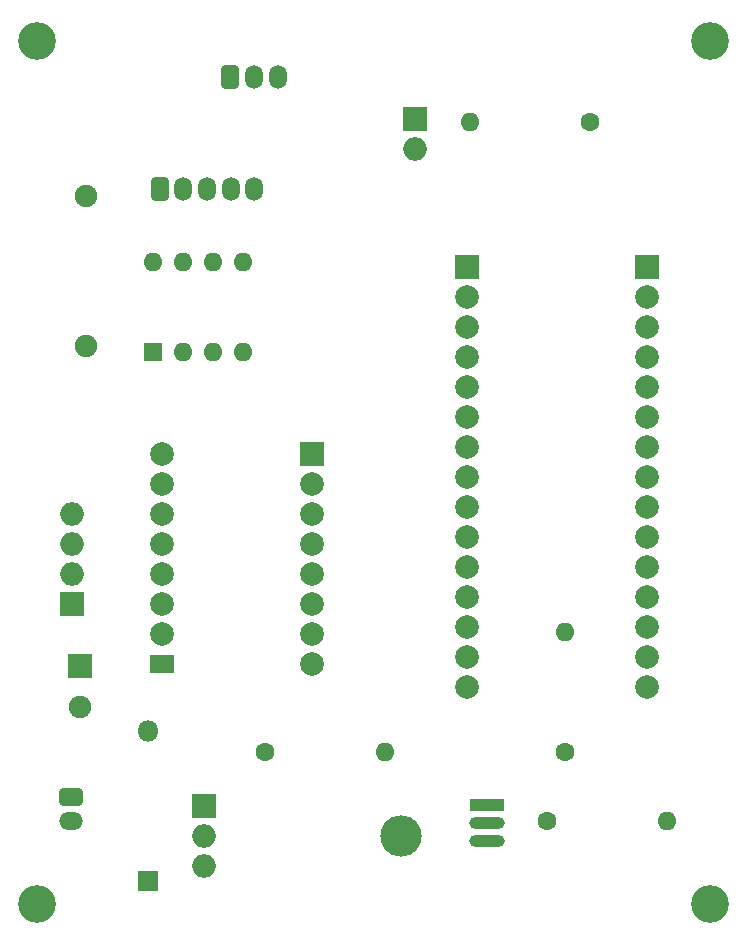
<source format=gbr>
%TF.GenerationSoftware,KiCad,Pcbnew,(6.0.0)*%
%TF.CreationDate,2022-05-13T18:06:44+02:00*%
%TF.ProjectId,Carte Actionneur petit robot JLC PCB,43617274-6520-4416-9374-696f6e6e6575,rev?*%
%TF.SameCoordinates,Original*%
%TF.FileFunction,Soldermask,Top*%
%TF.FilePolarity,Negative*%
%FSLAX46Y46*%
G04 Gerber Fmt 4.6, Leading zero omitted, Abs format (unit mm)*
G04 Created by KiCad (PCBNEW (6.0.0)) date 2022-05-13 18:06:44*
%MOMM*%
%LPD*%
G01*
G04 APERTURE LIST*
G04 Aperture macros list*
%AMRoundRect*
0 Rectangle with rounded corners*
0 $1 Rounding radius*
0 $2 $3 $4 $5 $6 $7 $8 $9 X,Y pos of 4 corners*
0 Add a 4 corners polygon primitive as box body*
4,1,4,$2,$3,$4,$5,$6,$7,$8,$9,$2,$3,0*
0 Add four circle primitives for the rounded corners*
1,1,$1+$1,$2,$3*
1,1,$1+$1,$4,$5*
1,1,$1+$1,$6,$7*
1,1,$1+$1,$8,$9*
0 Add four rect primitives between the rounded corners*
20,1,$1+$1,$2,$3,$4,$5,0*
20,1,$1+$1,$4,$5,$6,$7,0*
20,1,$1+$1,$6,$7,$8,$9,0*
20,1,$1+$1,$8,$9,$2,$3,0*%
G04 Aperture macros list end*
%ADD10R,2.000000X2.000000*%
%ADD11O,2.000000X2.000000*%
%ADD12R,1.800000X1.800000*%
%ADD13O,1.800000X1.800000*%
%ADD14RoundRect,0.312500X-0.687500X0.437500X-0.687500X-0.437500X0.687500X-0.437500X0.687500X0.437500X0*%
%ADD15O,2.000000X1.500000*%
%ADD16RoundRect,0.312500X-0.437500X-0.687500X0.437500X-0.687500X0.437500X0.687500X-0.437500X0.687500X0*%
%ADD17O,1.500000X2.000000*%
%ADD18R,1.600000X1.600000*%
%ADD19O,1.600000X1.600000*%
%ADD20C,1.900000*%
%ADD21O,3.500000X3.500000*%
%ADD22C,1.600000*%
%ADD23C,2.000000*%
%ADD24R,2.000000X1.524000*%
%ADD25R,3.000000X1.050000*%
%ADD26O,3.000000X1.050000*%
%ADD27C,3.200000*%
%ADD28O,1.900000X1.900000*%
G04 APERTURE END LIST*
D10*
%TO.C,TEST_RES1*%
X175006000Y-69596000D03*
D11*
X175006000Y-72136000D03*
%TD*%
D12*
%TO.C,D1*%
X152400000Y-134112000D03*
D13*
X152400000Y-121412000D03*
%TD*%
D14*
%TO.C,Electroaimant1*%
X145939000Y-126973000D03*
D15*
X145939000Y-128973000D03*
%TD*%
D16*
%TO.C,SERVO1*%
X159400000Y-66000000D03*
D17*
X161400000Y-66000000D03*
X163400000Y-66000000D03*
%TD*%
D18*
%TO.C,U1*%
X152870000Y-89300000D03*
D19*
X155410000Y-89300000D03*
X157950000Y-89300000D03*
X160490000Y-89300000D03*
X160490000Y-81680000D03*
X157950000Y-81680000D03*
X155410000Y-81680000D03*
X152870000Y-81680000D03*
%TD*%
D10*
%TO.C,C5*%
X146685000Y-115880000D03*
D20*
X146685000Y-119380000D03*
%TD*%
D21*
%TO.C,Transistor2*%
X173830000Y-130302000D03*
D10*
X157170000Y-127762000D03*
D11*
X157170000Y-130302000D03*
X157170000Y-132842000D03*
%TD*%
D22*
%TO.C,R3*%
X186182000Y-129032000D03*
D19*
X196342000Y-129032000D03*
%TD*%
D10*
%TO.C,DRIVER1*%
X166350000Y-97930000D03*
D23*
X166350000Y-100470000D03*
X166350000Y-103010000D03*
X166350000Y-105550000D03*
X166350000Y-108090000D03*
X166350000Y-110630000D03*
X166350000Y-113170000D03*
X166350000Y-115710000D03*
D24*
X153650000Y-115710000D03*
D23*
X153650000Y-113170000D03*
X153650000Y-110630000D03*
X153650000Y-108090000D03*
X153650000Y-105550000D03*
X153650000Y-103010000D03*
X153650000Y-100470000D03*
X153650000Y-97930000D03*
%TD*%
D10*
%TO.C,MotPasAPas1*%
X145948400Y-110620000D03*
D11*
X145948400Y-108080000D03*
X145948400Y-105540000D03*
X145948400Y-103000000D03*
%TD*%
D25*
%TO.C,Q1*%
X181123000Y-127635000D03*
D26*
X181123000Y-129159000D03*
X181123000Y-130683000D03*
%TD*%
D27*
%TO.C,REF\u002A\u002A*%
X200000000Y-136000000D03*
%TD*%
D22*
%TO.C,R4*%
X187706000Y-123190000D03*
D19*
X187706000Y-113030000D03*
%TD*%
D27*
%TO.C,REF\u002A\u002A*%
X143000000Y-63000000D03*
%TD*%
%TO.C,REF\u002A\u002A*%
X143000000Y-136000000D03*
%TD*%
D22*
%TO.C,R1*%
X162306000Y-123190000D03*
D19*
X172466000Y-123190000D03*
%TD*%
D10*
%TO.C,STM32FM303K8*%
X179410600Y-82140000D03*
D23*
X179410600Y-84680000D03*
X179410600Y-87220000D03*
X179410600Y-89760000D03*
X179410600Y-92300000D03*
X179410600Y-94840000D03*
X179410600Y-97380000D03*
X179410600Y-99920000D03*
X179410600Y-102460000D03*
X179410600Y-105000000D03*
X179410600Y-107540000D03*
X179410600Y-110080000D03*
X179410600Y-112620000D03*
X179410600Y-115160000D03*
X179410600Y-117700000D03*
D10*
X194650600Y-82140000D03*
D23*
X194650600Y-84680000D03*
X194650600Y-87220000D03*
X194650600Y-89760000D03*
X194650600Y-92300000D03*
X194650600Y-94840000D03*
X194650600Y-97380000D03*
X194650600Y-99920000D03*
X194650600Y-102460000D03*
X194650600Y-105000000D03*
X194650600Y-107540000D03*
X194650600Y-110080000D03*
X194650600Y-112620000D03*
X194650600Y-115160000D03*
X194650600Y-117700000D03*
%TD*%
D16*
%TO.C,BUS_CAN1*%
X153429200Y-75497600D03*
D17*
X155429200Y-75497600D03*
X157429200Y-75497600D03*
X159429200Y-75497600D03*
X161429200Y-75497600D03*
%TD*%
D27*
%TO.C,REF\u002A\u002A*%
X200000000Y-63000000D03*
%TD*%
D20*
%TO.C,R2*%
X147200000Y-88750000D03*
D28*
X147200000Y-76050000D03*
%TD*%
D22*
%TO.C,RESISTANCE1*%
X189865000Y-69850000D03*
D19*
X179705000Y-69850000D03*
%TD*%
M02*

</source>
